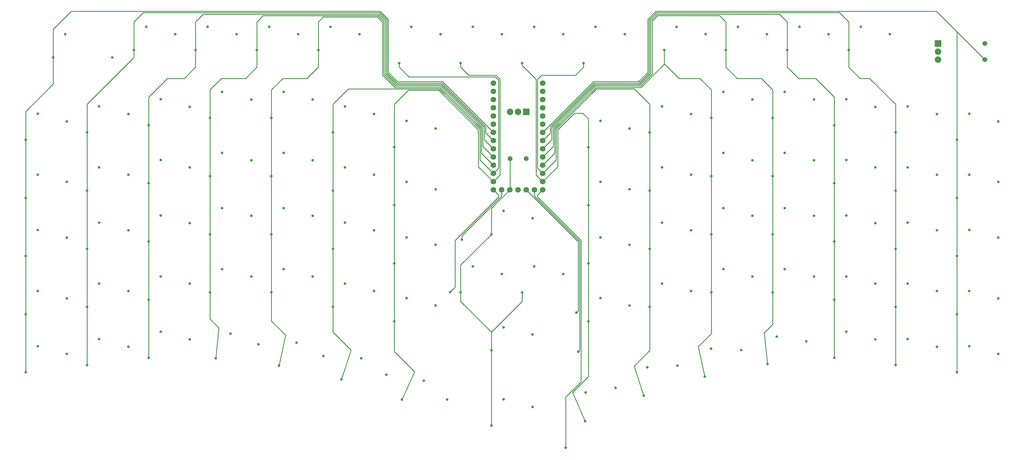
<source format=gbr>
%TF.GenerationSoftware,KiCad,Pcbnew,8.0.5*%
%TF.CreationDate,2024-10-10T16:29:34+02:00*%
%TF.ProjectId,eepyboard_rev2,65657079-626f-4617-9264-5f726576322e,1.1*%
%TF.SameCoordinates,Original*%
%TF.FileFunction,Copper,L1,Top*%
%TF.FilePolarity,Positive*%
%FSLAX46Y46*%
G04 Gerber Fmt 4.6, Leading zero omitted, Abs format (unit mm)*
G04 Created by KiCad (PCBNEW 8.0.5) date 2024-10-10 16:29:34*
%MOMM*%
%LPD*%
G01*
G04 APERTURE LIST*
%TA.AperFunction,ComponentPad*%
%ADD10C,1.500000*%
%TD*%
%TA.AperFunction,ComponentPad*%
%ADD11R,2.000000X2.000000*%
%TD*%
%TA.AperFunction,ComponentPad*%
%ADD12C,2.000000*%
%TD*%
%TA.AperFunction,ComponentPad*%
%ADD13C,1.752600*%
%TD*%
%TA.AperFunction,ViaPad*%
%ADD14C,0.800000*%
%TD*%
%TA.AperFunction,Conductor*%
%ADD15C,0.250000*%
%TD*%
G04 APERTURE END LIST*
D10*
%TO.P,ROT2,1*%
%TO.N,diode_rotary_top_right*%
X363327814Y-75308303D03*
%TO.P,ROT2,2*%
%TO.N,COL15*%
X363327813Y-80308302D03*
D11*
%TO.P,ROT2,A*%
%TO.N,rotary_top_right_a*%
X348827810Y-75308300D03*
D12*
%TO.P,ROT2,B*%
%TO.N,rotary_top_right_b*%
X348827813Y-80308304D03*
%TO.P,ROT2,C*%
%TO.N,GND*%
X348827813Y-77808302D03*
%TD*%
D13*
%TO.P,MCU1,1*%
%TO.N,rotary_top_right_a*%
X226567813Y-87588301D03*
%TO.P,MCU1,2*%
%TO.N,rotary_top_right_b*%
X226567812Y-90128301D03*
%TO.P,MCU1,3*%
%TO.N,rotary_center_b*%
X226567812Y-92668298D03*
%TO.P,MCU1,4*%
%TO.N,rotary_center_a*%
X226567812Y-95208301D03*
%TO.P,MCU1,5*%
%TO.N,GP4*%
X226567812Y-97748301D03*
%TO.P,MCU1,6*%
%TO.N,GP5*%
X226567812Y-100288301D03*
%TO.P,MCU1,7*%
%TO.N,COL15*%
X226567812Y-102828301D03*
%TO.P,MCU1,8*%
%TO.N,COL14*%
X226567812Y-105368301D03*
%TO.P,MCU1,9*%
%TO.N,COL13*%
X226567812Y-107908301D03*
%TO.P,MCU1,10*%
%TO.N,COL12*%
X226567812Y-110448301D03*
%TO.P,MCU1,11*%
%TO.N,COL11*%
X226567812Y-112988301D03*
%TO.P,MCU1,12*%
%TO.N,COL10*%
X226567812Y-115528304D03*
%TO.P,MCU1,13*%
%TO.N,COL9*%
X226567812Y-118068301D03*
%TO.P,MCU1,14*%
%TO.N,ROW1*%
X226567812Y-120608301D03*
%TO.P,MCU1,15*%
%TO.N,ROW2*%
X224027812Y-120608301D03*
%TO.P,MCU1,16*%
%TO.N,ROW5*%
X221487812Y-120608301D03*
%TO.P,MCU1,17*%
%TO.N,GP16*%
X218947812Y-120608299D03*
%TO.P,MCU1,18*%
%TO.N,COL8*%
X216407812Y-120608301D03*
%TO.P,MCU1,19*%
%TO.N,ROW4*%
X213867812Y-120608301D03*
%TO.P,MCU1,20*%
%TO.N,VCC*%
X211327812Y-87588301D03*
%TO.P,MCU1,21*%
%TO.N,GND*%
X211327812Y-90128301D03*
%TO.P,MCU1,22*%
%TO.N,RST*%
X211327812Y-92668298D03*
%TO.P,MCU1,23*%
%TO.N,3V3*%
X211327812Y-95208301D03*
%TO.P,MCU1,24*%
%TO.N,led_din_function_esc*%
X211327812Y-97748301D03*
%TO.P,MCU1,25*%
%TO.N,ROW6*%
X211327812Y-100288301D03*
%TO.P,MCU1,26*%
%TO.N,COL1*%
X211327812Y-102828301D03*
%TO.P,MCU1,27*%
%TO.N,COL2*%
X211327812Y-105368301D03*
%TO.P,MCU1,28*%
%TO.N,COL3*%
X211327812Y-107908301D03*
%TO.P,MCU1,29*%
%TO.N,COL4*%
X211327812Y-110448301D03*
%TO.P,MCU1,30*%
%TO.N,COL5*%
X211327812Y-112988301D03*
%TO.P,MCU1,31*%
%TO.N,COL6*%
X211327812Y-115528304D03*
%TO.P,MCU1,32*%
%TO.N,COL7*%
X211327812Y-118068301D03*
%TO.P,MCU1,33*%
%TO.N,ROW3*%
X211327811Y-120608301D03*
%TD*%
D12*
%TO.P,ROT1,C*%
%TO.N,GND*%
X218987812Y-96478301D03*
%TO.P,ROT1,B*%
%TO.N,rotary_center_b*%
X216487810Y-96478301D03*
D11*
%TO.P,ROT1,A*%
%TO.N,rotary_center_a*%
X221487814Y-96478298D03*
D10*
%TO.P,ROT1,2*%
%TO.N,COL8*%
X216487812Y-110978301D03*
%TO.P,ROT1,1*%
%TO.N,diode_rotary_center*%
X221487811Y-110978302D03*
%TD*%
D14*
%TO.N,COL15*%
X354697814Y-105098303D03*
X354697814Y-159098303D03*
X354697814Y-141098303D03*
X354697814Y-177098303D03*
X354697814Y-123098303D03*
%TO.N,COL14*%
X321197813Y-77348300D03*
X335697814Y-120848303D03*
X335697814Y-102848303D03*
X335697814Y-138848303D03*
X335697814Y-174848303D03*
X335697814Y-156848303D03*
%TO.N,COL13*%
X316697814Y-100598303D03*
X316697814Y-118598303D03*
X316697810Y-172598303D03*
X316697810Y-154598304D03*
X316697810Y-136598303D03*
X302197813Y-77348300D03*
%TO.N,COL12*%
X297697809Y-134348304D03*
X283197813Y-77348300D03*
X297697814Y-98348303D03*
X297697814Y-116348303D03*
X296037216Y-174493398D03*
X297697809Y-152348303D03*
%TO.N,COL11*%
X278697814Y-116348303D03*
X278697810Y-134348304D03*
X278697810Y-152348304D03*
X264197813Y-77348300D03*
X276682414Y-178433206D03*
X278697814Y-98348303D03*
%TO.N,COL10*%
X259697814Y-120848303D03*
X259697811Y-156848304D03*
X259697811Y-138848305D03*
X259697814Y-102848303D03*
X257845465Y-184374557D03*
X239197813Y-81348300D03*
%TO.N,COL9*%
X239732746Y-192252357D03*
X240697814Y-107348303D03*
X240697809Y-143348302D03*
X240697814Y-125348303D03*
X240697810Y-161348302D03*
X220197813Y-81348300D03*
%TO.N,ROW1*%
X233697813Y-200448076D03*
%TO.N,ROW2*%
X237572813Y-170723300D03*
%TO.N,ROW5*%
X236947813Y-158598300D03*
%TO.N,COL8*%
X201197814Y-152348303D03*
X210697814Y-193548077D03*
X210697814Y-134348303D03*
X220197814Y-152348303D03*
X210697813Y-170298076D03*
%TO.N,ROW4*%
X201572813Y-135973300D03*
%TO.N,VCC*%
X320447815Y-128535800D03*
X339447815Y-94785802D03*
X232947812Y-72410799D03*
X214447813Y-185485577D03*
X348447815Y-115910802D03*
X189794488Y-179701006D03*
X127447815Y-126285801D03*
X282447815Y-126285803D03*
X291447815Y-111410805D03*
X184447815Y-135285804D03*
X174447815Y-151910800D03*
X146447815Y-90285800D03*
X339447815Y-130785800D03*
X194947812Y-72410802D03*
X117447815Y-113660805D03*
X127447815Y-90285804D03*
X263447815Y-130785804D03*
X301447815Y-126285800D03*
X165447815Y-130785803D03*
X291447815Y-147410804D03*
X310447815Y-111410801D03*
X358447815Y-97035800D03*
X117447815Y-149660801D03*
X358447815Y-133035800D03*
X223447815Y-165410800D03*
X298923915Y-166083085D03*
X258920478Y-175547851D03*
X131947812Y-72410802D03*
X239879229Y-183361636D03*
X358447815Y-169035800D03*
X79447815Y-154160800D03*
X272447815Y-151910801D03*
X130021012Y-165142327D03*
X136447815Y-111410800D03*
X155447815Y-147410803D03*
X301447815Y-90285800D03*
X282447815Y-90285801D03*
X108447815Y-92535803D03*
X174447815Y-115910802D03*
X150947812Y-72410803D03*
X98447815Y-115910802D03*
X108447815Y-128535799D03*
X89447815Y-94785802D03*
X169947812Y-72410801D03*
X98447815Y-151910803D03*
X310447815Y-147410800D03*
X244447815Y-135285805D03*
X320447814Y-164535803D03*
X170415639Y-172766696D03*
X333947812Y-72410801D03*
X339447815Y-166785802D03*
X193447815Y-156410800D03*
X79447815Y-118160804D03*
X213947812Y-72410803D03*
X223947815Y-144285802D03*
X150418112Y-167896012D03*
X165447815Y-94785802D03*
X329447815Y-113660800D03*
X136447815Y-147410803D03*
X204947815Y-144285806D03*
X253447815Y-120410798D03*
X70447815Y-97035803D03*
X93447813Y-79598303D03*
X272447815Y-115910799D03*
X108447815Y-164535802D03*
X223447815Y-129410801D03*
X146447815Y-126285801D03*
X367447815Y-118160803D03*
X70447815Y-133035799D03*
X320447815Y-92535801D03*
X251947812Y-72410801D03*
X89447815Y-130785801D03*
X314947812Y-72410802D03*
X89447815Y-166785802D03*
X348447815Y-151910801D03*
X329447815Y-149660802D03*
X112947812Y-72410804D03*
X295947812Y-72410804D03*
X193447815Y-120410803D03*
X244447815Y-99285802D03*
X184447815Y-99285800D03*
X367447815Y-154160802D03*
X70447815Y-169035799D03*
X155447815Y-111410804D03*
X276947812Y-72410803D03*
X263447815Y-94785803D03*
X278674182Y-169767220D03*
X253447815Y-156410805D03*
%TO.N,GND*%
X223947812Y-70148303D03*
X286947812Y-70148305D03*
X165447815Y-149648300D03*
X301447815Y-109148302D03*
X155447815Y-92648306D03*
X79447815Y-135398302D03*
X305947812Y-70148301D03*
X244447815Y-154148302D03*
X155447815Y-128648301D03*
X358447815Y-115898304D03*
X253447815Y-101648302D03*
X89447815Y-113648301D03*
X253447815Y-137648303D03*
X308121558Y-167491883D03*
X174447815Y-97148299D03*
X324947812Y-70148301D03*
X329447813Y-166898298D03*
X244447815Y-118148302D03*
X320447815Y-111398299D03*
X117447815Y-94898302D03*
X98447815Y-169148299D03*
X320447815Y-147398299D03*
X89447815Y-149648301D03*
X223447813Y-187848075D03*
X287968702Y-170206888D03*
X70447815Y-151898301D03*
X79447815Y-99398302D03*
X117447818Y-166898301D03*
X282447815Y-145148303D03*
X197055483Y-185519886D03*
X98447815Y-133148301D03*
X329447815Y-130898300D03*
X367447815Y-171398298D03*
X70447815Y-115898301D03*
X367447815Y-99398299D03*
X267947812Y-70148303D03*
X185947812Y-70148304D03*
X348447815Y-133148300D03*
X127447815Y-109148302D03*
X122947812Y-70148304D03*
X348447815Y-169148300D03*
X291447815Y-128648304D03*
X117447815Y-130898304D03*
X310447815Y-92648303D03*
X263447815Y-113648300D03*
X348447815Y-97148301D03*
X103947812Y-70148303D03*
X249062053Y-181859254D03*
X204947812Y-70148303D03*
X214447815Y-127148302D03*
X98447815Y-97148302D03*
X136447815Y-92648300D03*
X127447815Y-145148300D03*
X329447815Y-94898300D03*
X79447815Y-171398302D03*
X138724760Y-168432639D03*
X146447815Y-145148304D03*
X367447815Y-135398302D03*
X301447815Y-145148300D03*
X184447815Y-154148301D03*
X108447815Y-111398301D03*
X339447815Y-113648301D03*
X268210037Y-175013570D03*
X108447815Y-147398302D03*
X272447815Y-133148298D03*
X263447815Y-149648299D03*
X339447815Y-149648299D03*
X214447815Y-163148302D03*
X282447815Y-109148302D03*
X158730250Y-172078092D03*
X184447815Y-118148299D03*
X193447815Y-137648303D03*
X174447815Y-133148301D03*
X310447815Y-128648298D03*
X160947812Y-70148299D03*
X242947812Y-70148300D03*
X232947815Y-146648300D03*
X165447815Y-113648302D03*
X358447815Y-151898299D03*
X136447815Y-128648303D03*
X291447815Y-92648302D03*
X78947812Y-72398303D03*
X141947812Y-70148301D03*
X146447815Y-109148300D03*
X193447815Y-101648300D03*
X213947815Y-146648302D03*
X178245095Y-177794722D03*
X272447815Y-97148303D03*
%TO.N,COL1*%
X66697814Y-105098303D03*
X66697814Y-123098303D03*
X66697814Y-141098303D03*
X75197813Y-79598300D03*
X66697814Y-159098303D03*
X66697814Y-177098303D03*
%TO.N,COL2*%
X100197811Y-77348300D03*
X85697814Y-156848303D03*
X85697814Y-174848303D03*
X85697814Y-120848303D03*
X85697814Y-138848303D03*
X85697814Y-102848303D03*
%TO.N,COL3*%
X104697814Y-172598303D03*
X104697814Y-136598303D03*
X104697814Y-154598303D03*
X119197811Y-77348300D03*
X104697814Y-100598303D03*
X104697814Y-118598303D03*
%TO.N,COL4*%
X123697811Y-152348301D03*
X138197811Y-77348300D03*
X123697811Y-134348303D03*
X123697814Y-98348303D03*
X123697814Y-116348303D03*
X125448793Y-172768674D03*
%TO.N,COL5*%
X142697814Y-116348303D03*
X145073771Y-175002660D03*
X157197811Y-77348300D03*
X142697814Y-98348303D03*
X142697811Y-134348304D03*
X142697810Y-152348302D03*
%TO.N,COL6*%
X182197813Y-81348300D03*
X161697814Y-102848303D03*
X161697811Y-138848301D03*
X161697808Y-156848300D03*
X164357724Y-179275779D03*
X161697814Y-120848303D03*
%TO.N,COL7*%
X201197813Y-81348300D03*
X183089378Y-185541204D03*
X180697812Y-161348302D03*
X180697812Y-143348302D03*
X180697814Y-125348303D03*
X180697814Y-107348303D03*
%TO.N,ROW3*%
X197947813Y-152248303D03*
%TD*%
D15*
%TO.N,COL15*%
X348317811Y-65298300D02*
X353907812Y-70888301D01*
X261577229Y-65298300D02*
X259047813Y-67827716D01*
X259047813Y-67827716D02*
X259047813Y-84248300D01*
X354697814Y-71678303D02*
X353907812Y-70888301D01*
X354697814Y-177098303D02*
X354697814Y-159098303D01*
X354697814Y-159098303D02*
X354697814Y-141098303D01*
X256197813Y-87098300D02*
X242297813Y-87098300D01*
X261577229Y-65298300D02*
X348317811Y-65298300D01*
X354697814Y-105098303D02*
X354697814Y-71678303D01*
X363327813Y-80308302D02*
X353907812Y-70888301D01*
X259047813Y-84248300D02*
X256197813Y-87098300D01*
X242297813Y-87098300D02*
X226567812Y-102828301D01*
X354697814Y-123098303D02*
X354697814Y-105098303D01*
X354697814Y-141098303D02*
X354697814Y-123098303D01*
%TO.N,COL14*%
X321197813Y-77348300D02*
X321197813Y-68598300D01*
X327697813Y-86098300D02*
X324697813Y-86098300D01*
X261763625Y-65748300D02*
X259497813Y-68014112D01*
X321197813Y-68598300D02*
X318347813Y-65748300D01*
X335697814Y-94098301D02*
X327697813Y-86098300D01*
X228947813Y-101084696D02*
X228947813Y-102988300D01*
X324697813Y-86098300D02*
X321197813Y-82598300D01*
X256384209Y-87548300D02*
X242484209Y-87548300D01*
X242484209Y-87548300D02*
X228947813Y-101084696D01*
X259497813Y-68014112D02*
X259497813Y-84434696D01*
X335697814Y-174848303D02*
X335697814Y-156848303D01*
X318347813Y-65748300D02*
X261763625Y-65748300D01*
X335697814Y-138848303D02*
X335697814Y-120848303D01*
X335697814Y-102848303D02*
X335697814Y-94098301D01*
X228947813Y-102988300D02*
X226567812Y-105368301D01*
X259497813Y-84434696D02*
X256384209Y-87548300D01*
X335697814Y-156848303D02*
X335697814Y-138848303D01*
X335697814Y-120848303D02*
X335697814Y-102848303D01*
X321197813Y-82598300D02*
X321197813Y-77348300D01*
%TO.N,COL13*%
X256570605Y-87998300D02*
X242670605Y-87998300D01*
X316697810Y-136598303D02*
X316697810Y-118598307D01*
X259947813Y-68200508D02*
X259947813Y-84621092D01*
X259947813Y-84621092D02*
X256570605Y-87998300D01*
X305697813Y-86098300D02*
X302197813Y-82598300D01*
X316697814Y-118598303D02*
X316697814Y-100598303D01*
X310947813Y-86098300D02*
X305697813Y-86098300D01*
X302197813Y-82598300D02*
X302197813Y-77348300D01*
X302197813Y-68598300D02*
X299797813Y-66198300D01*
X316697810Y-154598304D02*
X316697810Y-172598303D01*
X242670605Y-87998300D02*
X229397813Y-101271092D01*
X316697814Y-91848301D02*
X310947813Y-86098300D01*
X261950021Y-66198300D02*
X259947813Y-68200508D01*
X316697810Y-118598307D02*
X316697814Y-118598303D01*
X229397813Y-101271092D02*
X229397813Y-105078300D01*
X229397813Y-105078300D02*
X226567812Y-107908301D01*
X302197813Y-77348300D02*
X302197813Y-68598300D01*
X299797813Y-66198300D02*
X261950021Y-66198300D01*
X316697814Y-100598303D02*
X316697814Y-91848301D01*
X316697810Y-154598304D02*
X316697810Y-136598303D01*
%TO.N,COL12*%
X286697813Y-86098300D02*
X283197813Y-82598300D01*
X294197813Y-86098300D02*
X286697813Y-86098300D01*
X295027923Y-164890623D02*
X296037216Y-174493398D01*
X260397813Y-68386904D02*
X260397813Y-84807488D01*
X297697809Y-152348303D02*
X297697811Y-162220736D01*
X297697814Y-116348303D02*
X297697814Y-98348303D01*
X297697811Y-162220736D02*
X295027923Y-164890623D01*
X297697809Y-152348303D02*
X297697809Y-134348304D01*
X297697814Y-98348303D02*
X297697814Y-89598301D01*
X281247813Y-66648300D02*
X262136417Y-66648300D01*
X283197813Y-68598300D02*
X281247813Y-66648300D01*
X297697809Y-116348308D02*
X297697814Y-116348303D01*
X297697814Y-89598301D02*
X294197813Y-86098300D01*
X283197813Y-77348300D02*
X283197813Y-68598300D01*
X229847813Y-101457488D02*
X229847813Y-107168300D01*
X283197813Y-82598300D02*
X283197813Y-77348300D01*
X229847813Y-107168300D02*
X226567812Y-110448301D01*
X242857001Y-88448300D02*
X229847813Y-101457488D01*
X256757001Y-88448300D02*
X242857001Y-88448300D01*
X297697809Y-134348304D02*
X297697809Y-116348308D01*
X262136417Y-66648300D02*
X260397813Y-68386904D01*
X260397813Y-84807488D02*
X256757001Y-88448300D01*
%TO.N,COL11*%
X274698221Y-169098299D02*
X276682414Y-178433206D01*
X264197813Y-81348300D02*
X264197813Y-81598300D01*
X278697810Y-165098710D02*
X274698221Y-169098299D01*
X278697810Y-134348304D02*
X278697810Y-116348307D01*
X264197813Y-81643884D02*
X264197813Y-81348300D01*
X256943397Y-88898300D02*
X264197813Y-81643884D01*
X264197813Y-77348300D02*
X264197813Y-81348300D01*
X230297813Y-109258300D02*
X226567812Y-112988301D01*
X278697810Y-152348304D02*
X278697810Y-134348304D01*
X278697814Y-116348303D02*
X278697814Y-98348303D01*
X264197813Y-81598300D02*
X268697813Y-86098300D01*
X230297813Y-101643884D02*
X230297813Y-109258300D01*
X256943397Y-88898300D02*
X243043397Y-88898300D01*
X243043397Y-88898300D02*
X230297813Y-101643884D01*
X275197813Y-86098300D02*
X278697814Y-89598301D01*
X268697813Y-86098300D02*
X275197813Y-86098300D01*
X278697814Y-89598301D02*
X278697814Y-98348303D01*
X278697810Y-152348304D02*
X278697810Y-165098710D01*
X278697810Y-116348307D02*
X278697814Y-116348303D01*
%TO.N,COL10*%
X254851740Y-175160817D02*
X257845465Y-184374557D01*
X254947813Y-89348300D02*
X243229793Y-89348300D01*
X239197813Y-81348300D02*
X239197813Y-82598300D01*
X239197813Y-82598300D02*
X236697813Y-85098300D01*
X259697811Y-138848305D02*
X259697811Y-120848306D01*
X259697814Y-120848303D02*
X259697814Y-102848303D01*
X259697811Y-120848306D02*
X259697814Y-120848303D01*
X224947813Y-113908305D02*
X226567812Y-115528304D01*
X230747813Y-111348303D02*
X226567812Y-115528304D01*
X226197813Y-85098300D02*
X224947813Y-86348300D01*
X224947813Y-86348300D02*
X224947813Y-113908305D01*
X243229793Y-89348300D02*
X230747813Y-101830280D01*
X259697811Y-156848304D02*
X259697811Y-138848305D01*
X259697814Y-102848303D02*
X259697814Y-94098301D01*
X236697813Y-85098300D02*
X226197813Y-85098300D01*
X230747813Y-101830280D02*
X230747813Y-111348303D01*
X259697814Y-94098301D02*
X254947813Y-89348300D01*
X259697811Y-156848304D02*
X259697810Y-170314746D01*
X259697810Y-170314746D02*
X254851740Y-175160817D01*
%TO.N,COL9*%
X240697810Y-161348302D02*
X240697809Y-143348302D01*
X220197813Y-82048300D02*
X224497813Y-86348300D01*
X231197813Y-113438300D02*
X226567812Y-118068301D01*
X220197813Y-81348300D02*
X220197813Y-82048300D01*
X236366189Y-96848300D02*
X231197813Y-102016676D01*
X224497813Y-115998302D02*
X226567812Y-118068301D01*
X240697811Y-178407971D02*
X235765041Y-183340742D01*
X240697809Y-125348308D02*
X240697814Y-125348303D01*
X224497813Y-86348300D02*
X224497813Y-115998302D01*
X240697814Y-107348303D02*
X240697814Y-98598301D01*
X240697814Y-125348303D02*
X240697814Y-107348303D01*
X240697814Y-98598301D02*
X238947813Y-96848300D01*
X231197813Y-102016676D02*
X231197813Y-113438300D01*
X238947813Y-96848300D02*
X236366189Y-96848300D01*
X240697810Y-161348302D02*
X240697811Y-178407971D01*
X240697809Y-143348302D02*
X240697809Y-125348308D01*
X239732746Y-192252357D02*
X235765041Y-183340742D01*
%TO.N,ROW1*%
X238447813Y-180021573D02*
X233697813Y-184771573D01*
X233697813Y-184771573D02*
X233697813Y-200448076D01*
X238447813Y-136295510D02*
X238447813Y-180021573D01*
X224947813Y-122795510D02*
X238447813Y-136295510D01*
X224947813Y-122228300D02*
X224947813Y-122795510D01*
X226567812Y-120608301D02*
X224947813Y-122228300D01*
%TO.N,ROW2*%
X237997813Y-170298300D02*
X237572813Y-170723300D01*
X224027812Y-120608301D02*
X224027812Y-122511905D01*
X224027812Y-122511905D02*
X237997813Y-136481906D01*
X237997813Y-136481906D02*
X237997813Y-170298300D01*
%TO.N,ROW5*%
X236947813Y-158598300D02*
X237547813Y-157998300D01*
X237547813Y-157998300D02*
X237547813Y-136668302D01*
X237547813Y-136668302D02*
X221487812Y-120608301D01*
%TO.N,COL8*%
X210697813Y-164598300D02*
X210697813Y-170298076D01*
X201197814Y-143848303D02*
X210697814Y-134348303D01*
X210697814Y-126318299D02*
X210697814Y-134348303D01*
X201197814Y-155098301D02*
X201197814Y-152348303D01*
X220197814Y-152348303D02*
X220197814Y-155098299D01*
X210697814Y-193548077D02*
X210697813Y-170298076D01*
X220197814Y-155098299D02*
X210697813Y-164598300D01*
X210697813Y-164598300D02*
X201197814Y-155098301D01*
X201197814Y-152348303D02*
X201197814Y-143848303D01*
X216407812Y-120608301D02*
X210697814Y-126318299D01*
%TO.N,ROW4*%
X213867812Y-120608301D02*
X213867812Y-122511905D01*
X213867812Y-122511905D02*
X201572813Y-134806904D01*
X201572813Y-134806904D02*
X201572813Y-135973300D01*
%TO.N,COL1*%
X66697814Y-141098303D02*
X66697814Y-123098303D01*
X66697814Y-123098303D02*
X66697814Y-105098303D01*
X66697813Y-105098302D02*
X66697813Y-96348300D01*
X75197813Y-70848300D02*
X80747813Y-65298300D01*
X75197813Y-79598300D02*
X75197813Y-70848300D01*
X75197813Y-87848300D02*
X75197813Y-79598300D01*
X178847813Y-84248300D02*
X181697813Y-87098300D01*
X66697813Y-96348300D02*
X75197813Y-87848300D01*
X176293397Y-65298300D02*
X178847813Y-67852716D01*
X66697814Y-105098303D02*
X66697813Y-105098302D01*
X181697813Y-87098300D02*
X195597811Y-87098300D01*
X66697814Y-177098303D02*
X66697814Y-159098303D01*
X80747813Y-65298300D02*
X176293397Y-65298300D01*
X195597811Y-87098300D02*
X211327812Y-102828301D01*
X178847813Y-67852716D02*
X178847813Y-84248300D01*
X66697814Y-159098303D02*
X66697814Y-141098303D01*
%TO.N,COL2*%
X85697814Y-120848303D02*
X85697814Y-102848303D01*
X100197811Y-79598302D02*
X100197811Y-77348300D01*
X85697814Y-174848303D02*
X85697814Y-156848303D01*
X178397813Y-84434696D02*
X181511417Y-87548300D01*
X208947813Y-101084698D02*
X208947813Y-102988302D01*
X100197811Y-77348300D02*
X100197811Y-68598302D01*
X85697814Y-156848303D02*
X85697814Y-138848303D01*
X85697814Y-138848303D02*
X85697814Y-120848303D01*
X178397813Y-68039112D02*
X178397813Y-84434696D01*
X208947813Y-102988302D02*
X211327812Y-105368301D01*
X85697814Y-102848303D02*
X85697814Y-94098299D01*
X181511417Y-87548300D02*
X195411415Y-87548300D01*
X100197811Y-68598302D02*
X103047813Y-65748300D01*
X85697814Y-94098299D02*
X100197811Y-79598302D01*
X176107001Y-65748300D02*
X178397813Y-68039112D01*
X103047813Y-65748300D02*
X176107001Y-65748300D01*
X195411415Y-87548300D02*
X208947813Y-101084698D01*
%TO.N,COL3*%
X119197811Y-77348300D02*
X119197811Y-68598302D01*
X104697814Y-136598303D02*
X104697814Y-118598303D01*
X177947813Y-68225508D02*
X177947813Y-84621092D01*
X104697814Y-118598303D02*
X104697814Y-100598303D01*
X208497813Y-105078302D02*
X211327812Y-107908301D01*
X104697814Y-91848299D02*
X110447813Y-86098300D01*
X195225019Y-87998300D02*
X208497813Y-101271094D01*
X104697814Y-154598303D02*
X104697814Y-136598303D01*
X119197813Y-82598300D02*
X119197811Y-82598298D01*
X177947813Y-84621092D02*
X181325021Y-87998300D01*
X119197811Y-68598302D02*
X121597813Y-66198300D01*
X104697814Y-100598303D02*
X104697814Y-91848299D01*
X175920605Y-66198300D02*
X177947813Y-68225508D01*
X110447813Y-86098300D02*
X115697813Y-86098300D01*
X121597813Y-66198300D02*
X175920605Y-66198300D01*
X104697814Y-172598303D02*
X104697814Y-154598303D01*
X208497813Y-101271094D02*
X208497813Y-105078302D01*
X119197811Y-82598298D02*
X119197811Y-77348300D01*
X181325021Y-87998300D02*
X195225019Y-87998300D01*
X115697813Y-86098300D02*
X119197813Y-82598300D01*
%TO.N,COL4*%
X175734209Y-66648300D02*
X177497813Y-68411904D01*
X181138625Y-88448300D02*
X195038623Y-88448300D01*
X208047813Y-107168302D02*
X211327812Y-110448301D01*
X138197811Y-68598302D02*
X140147813Y-66648300D01*
X123697811Y-134348303D02*
X123697811Y-116348306D01*
X177497813Y-68411904D02*
X177497813Y-84807488D01*
X138197813Y-77348302D02*
X138197811Y-77348300D01*
X123697811Y-152348301D02*
X123697811Y-134348303D01*
X123697814Y-116348303D02*
X123697814Y-98348303D01*
X123697811Y-116348306D02*
X123697814Y-116348303D01*
X123697814Y-89598299D02*
X127197813Y-86098300D01*
X123697814Y-98348303D02*
X123697814Y-89598299D01*
X140147813Y-66648300D02*
X175734209Y-66648300D01*
X123697811Y-152348301D02*
X123697812Y-160576715D01*
X208047813Y-101457490D02*
X208047813Y-107168302D01*
X123697812Y-160576715D02*
X126441813Y-163320716D01*
X138197811Y-77348300D02*
X138197811Y-68598302D01*
X126441813Y-163320716D02*
X125448793Y-172768674D01*
X195038623Y-88448300D02*
X208047813Y-101457490D01*
X177497813Y-84807488D02*
X181138625Y-88448300D01*
X127197813Y-86098300D02*
X134697813Y-86098300D01*
X134697813Y-86098300D02*
X138197813Y-82598300D01*
X138197813Y-82598300D02*
X138197813Y-77348302D01*
%TO.N,COL5*%
X157197811Y-77348300D02*
X157197811Y-68598302D01*
X180952229Y-88898300D02*
X194852227Y-88898300D01*
X142697811Y-134348304D02*
X142697811Y-116348306D01*
X177047813Y-84993884D02*
X180952229Y-88898300D01*
X177047813Y-68598300D02*
X177047813Y-84993884D01*
X175547813Y-67098300D02*
X177047813Y-68598300D01*
X194852227Y-88898300D02*
X207597813Y-101643886D01*
X147076100Y-165582452D02*
X145073771Y-175002660D01*
X157197811Y-82598300D02*
X157197811Y-77348300D01*
X207597813Y-109258302D02*
X211327812Y-112988301D01*
X142697810Y-152348302D02*
X142697811Y-134348304D01*
X207597813Y-101643886D02*
X207597813Y-109258302D01*
X142697814Y-116348303D02*
X142697814Y-98348303D01*
X157197811Y-68598302D02*
X158697813Y-67098300D01*
X142697810Y-152348302D02*
X142697810Y-161204162D01*
X158697813Y-67098300D02*
X175547813Y-67098300D01*
X153697811Y-86098300D02*
X157197811Y-82598300D01*
X142697811Y-116348306D02*
X142697814Y-116348303D01*
X146197814Y-86098300D02*
X153697811Y-86098300D01*
X142697814Y-89598300D02*
X146197814Y-86098300D01*
X142697810Y-161204162D02*
X147076100Y-165582452D01*
X142697814Y-98348303D02*
X142697814Y-89598300D01*
%TO.N,COL6*%
X182197813Y-82598300D02*
X185197813Y-85598300D01*
X212947813Y-113908303D02*
X211327812Y-115528304D01*
X161697814Y-120848303D02*
X161697814Y-102848303D01*
X194665831Y-89348300D02*
X207147813Y-101830282D01*
X167293387Y-170240742D02*
X164357724Y-179275779D01*
X161697808Y-164645163D02*
X167293387Y-170240742D01*
X161697814Y-94098301D02*
X166447815Y-89348300D01*
X166447815Y-89348300D02*
X194665831Y-89348300D01*
X161697811Y-120848306D02*
X161697814Y-120848303D01*
X185197813Y-85598300D02*
X211947813Y-85598300D01*
X207147813Y-101830282D02*
X207147813Y-111348305D01*
X212947813Y-86598300D02*
X212947813Y-113908303D01*
X161697808Y-156848300D02*
X161697811Y-138848301D01*
X161697811Y-138848301D02*
X161697811Y-120848306D01*
X211947813Y-85598300D02*
X212947813Y-86598300D01*
X182197813Y-81348300D02*
X182197813Y-82598300D01*
X161697814Y-102848303D02*
X161697814Y-94098301D01*
X161697808Y-156848300D02*
X161697808Y-164645163D01*
X207147813Y-111348305D02*
X211327812Y-115528304D01*
%TO.N,COL7*%
X184997813Y-89798300D02*
X194479435Y-89798300D01*
X194479435Y-89798300D02*
X206697813Y-102016678D01*
X213397813Y-86411904D02*
X213397813Y-115998300D01*
X213397813Y-115998300D02*
X211327812Y-118068301D01*
X180697812Y-143348302D02*
X180697812Y-125348305D01*
X180697812Y-161348302D02*
X180697812Y-143348302D01*
X201197813Y-82598300D02*
X203747813Y-85148300D01*
X203747813Y-85148300D02*
X212134209Y-85148300D01*
X212134209Y-85148300D02*
X213397813Y-86411904D01*
X180697814Y-125348303D02*
X180697814Y-107348303D01*
X180697812Y-125348305D02*
X180697814Y-125348303D01*
X180697812Y-161348302D02*
X180697812Y-170606958D01*
X180697812Y-170606958D02*
X186953377Y-176862523D01*
X186953377Y-176862523D02*
X183089378Y-185541204D01*
X180697813Y-94098300D02*
X180697814Y-107348303D01*
X201197813Y-81348300D02*
X201197813Y-82598300D01*
X180697813Y-94098300D02*
X184997813Y-89798300D01*
X206697813Y-102016678D02*
X206697813Y-113438302D01*
X206697813Y-113438302D02*
X211327812Y-118068301D01*
%TO.N,ROW3*%
X212947813Y-122795508D02*
X199447813Y-136295508D01*
X199447813Y-136295508D02*
X199447813Y-150748303D01*
X212947813Y-122228303D02*
X212947813Y-122795508D01*
X211327811Y-120608301D02*
X212947813Y-122228303D01*
X199447813Y-150748303D02*
X197947813Y-152248303D01*
%TO.N,COL8*%
X216487812Y-110978301D02*
X216487812Y-120528301D01*
%TD*%
M02*

</source>
